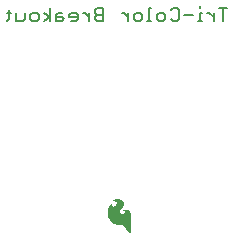
<source format=gbo>
G75*
G70*
%OFA0B0*%
%FSLAX24Y24*%
%IPPOS*%
%LPD*%
%AMOC8*
5,1,8,0,0,1.08239X$1,22.5*
%
%ADD10C,0.0080*%
%ADD11C,0.0010*%
D10*
X017140Y020040D02*
X017210Y020110D01*
X017210Y020390D01*
X017140Y020320D02*
X017281Y020320D01*
X017461Y020320D02*
X017461Y020040D01*
X017671Y020040D01*
X017741Y020110D01*
X017741Y020320D01*
X017921Y020250D02*
X017991Y020320D01*
X018131Y020320D01*
X018201Y020250D01*
X018201Y020110D01*
X018131Y020040D01*
X017991Y020040D01*
X017921Y020110D01*
X017921Y020250D01*
X018375Y020320D02*
X018585Y020180D01*
X018375Y020040D01*
X018585Y020040D02*
X018585Y020460D01*
X018765Y020250D02*
X018765Y020040D01*
X018975Y020040D01*
X019045Y020110D01*
X018975Y020180D01*
X018765Y020180D01*
X018765Y020250D02*
X018835Y020320D01*
X018975Y020320D01*
X019226Y020250D02*
X019226Y020180D01*
X019506Y020180D01*
X019506Y020110D02*
X019506Y020250D01*
X019436Y020320D01*
X019296Y020320D01*
X019226Y020250D01*
X019296Y020040D02*
X019436Y020040D01*
X019506Y020110D01*
X019679Y020320D02*
X019749Y020320D01*
X019889Y020180D01*
X019889Y020040D02*
X019889Y020320D01*
X020070Y020320D02*
X020140Y020250D01*
X020350Y020250D01*
X020350Y020040D02*
X020140Y020040D01*
X020070Y020110D01*
X020070Y020180D01*
X020140Y020250D01*
X020070Y020320D02*
X020070Y020390D01*
X020140Y020460D01*
X020350Y020460D01*
X020350Y020040D01*
X020984Y020320D02*
X021054Y020320D01*
X021194Y020180D01*
X021194Y020040D02*
X021194Y020320D01*
X021374Y020250D02*
X021444Y020320D01*
X021584Y020320D01*
X021654Y020250D01*
X021654Y020110D01*
X021584Y020040D01*
X021444Y020040D01*
X021374Y020110D01*
X021374Y020250D01*
X021821Y020040D02*
X021961Y020040D01*
X021891Y020040D02*
X021891Y020460D01*
X021961Y020460D01*
X022141Y020250D02*
X022211Y020320D01*
X022352Y020320D01*
X022422Y020250D01*
X022422Y020110D01*
X022352Y020040D01*
X022211Y020040D01*
X022141Y020110D01*
X022141Y020250D01*
X022602Y020110D02*
X022672Y020040D01*
X022812Y020040D01*
X022882Y020110D01*
X022882Y020390D01*
X022812Y020460D01*
X022672Y020460D01*
X022602Y020390D01*
X023062Y020250D02*
X023342Y020250D01*
X023579Y020320D02*
X023579Y020040D01*
X023649Y020040D02*
X023509Y020040D01*
X023579Y020320D02*
X023649Y020320D01*
X023579Y020460D02*
X023579Y020530D01*
X023823Y020320D02*
X023893Y020320D01*
X024033Y020180D01*
X024033Y020040D02*
X024033Y020320D01*
X024213Y020460D02*
X024493Y020460D01*
X024353Y020460D02*
X024353Y020040D01*
D11*
X021041Y013217D02*
X021233Y013001D01*
X021233Y013598D01*
X021231Y013631D01*
X021221Y013662D01*
X021205Y013691D01*
X021187Y013713D01*
X021164Y013730D01*
X021139Y013743D01*
X021111Y013750D01*
X021074Y013753D01*
X021037Y013750D01*
X021018Y013747D01*
X021025Y013748D01*
X021032Y013746D01*
X021038Y013743D01*
X021071Y013719D01*
X021077Y013714D01*
X021080Y013707D01*
X021084Y013689D01*
X021084Y013672D01*
X021080Y013654D01*
X021072Y013637D01*
X021058Y013623D01*
X021033Y013608D01*
X021005Y013599D01*
X020976Y013598D01*
X020951Y013602D01*
X020506Y013602D01*
X020505Y013611D02*
X020927Y013611D01*
X020928Y013610D02*
X020951Y013602D01*
X020928Y013610D02*
X020905Y013622D01*
X020888Y013637D01*
X020875Y013656D01*
X020867Y013678D01*
X020865Y013701D01*
X020869Y013724D01*
X020879Y013745D01*
X020894Y013763D01*
X020952Y013824D01*
X020998Y013893D01*
X021009Y013920D01*
X021013Y013949D01*
X021010Y013978D01*
X020999Y014005D01*
X020982Y014029D01*
X020955Y014055D01*
X020924Y014077D01*
X020894Y014092D01*
X020861Y014101D01*
X020826Y014104D01*
X020791Y014101D01*
X020756Y014092D01*
X020747Y014088D01*
X020733Y014082D01*
X020713Y014073D01*
X020696Y014060D01*
X020695Y014059D01*
X020695Y014059D01*
X020719Y014059D01*
X020740Y014057D01*
X020760Y014051D01*
X020780Y014040D01*
X020797Y014025D01*
X020809Y014006D01*
X020815Y013984D01*
X020816Y013971D01*
X020813Y013958D01*
X020805Y013938D01*
X020793Y013919D01*
X020779Y013902D01*
X020762Y013888D01*
X020726Y013862D01*
X020706Y013852D01*
X020684Y013848D01*
X020661Y013850D01*
X020653Y013853D01*
X020638Y013864D01*
X020626Y013878D01*
X020624Y013883D01*
X020623Y013889D01*
X020623Y013924D01*
X020579Y013888D01*
X020543Y013843D01*
X020524Y013806D01*
X020509Y013767D01*
X020501Y013726D01*
X020499Y013650D01*
X020510Y013575D01*
X020535Y013503D01*
X020572Y013437D01*
X020607Y013393D01*
X020648Y013355D01*
X020693Y013323D01*
X020742Y013299D01*
X020794Y013285D01*
X020847Y013280D01*
X020937Y013280D01*
X020953Y013277D01*
X020967Y013272D01*
X021007Y013248D01*
X021041Y013217D01*
X021039Y013219D02*
X021233Y013219D01*
X021233Y013211D02*
X021047Y013211D01*
X021054Y013202D02*
X021233Y013202D01*
X021233Y013194D02*
X021062Y013194D01*
X021069Y013185D02*
X021233Y013185D01*
X021233Y013177D02*
X021077Y013177D01*
X021084Y013168D02*
X021233Y013168D01*
X021233Y013160D02*
X021092Y013160D01*
X021100Y013151D02*
X021233Y013151D01*
X021233Y013143D02*
X021107Y013143D01*
X021115Y013134D02*
X021233Y013134D01*
X021233Y013126D02*
X021122Y013126D01*
X021130Y013117D02*
X021233Y013117D01*
X021233Y013109D02*
X021137Y013109D01*
X021145Y013100D02*
X021233Y013100D01*
X021233Y013092D02*
X021152Y013092D01*
X021160Y013083D02*
X021233Y013083D01*
X021233Y013075D02*
X021168Y013075D01*
X021175Y013066D02*
X021233Y013066D01*
X021233Y013058D02*
X021183Y013058D01*
X021190Y013049D02*
X021233Y013049D01*
X021233Y013041D02*
X021198Y013041D01*
X021205Y013032D02*
X021233Y013032D01*
X021233Y013024D02*
X021213Y013024D01*
X021220Y013015D02*
X021233Y013015D01*
X021233Y013007D02*
X021228Y013007D01*
X021233Y013228D02*
X021029Y013228D01*
X021020Y013236D02*
X021233Y013236D01*
X021233Y013245D02*
X021011Y013245D01*
X020998Y013253D02*
X021233Y013253D01*
X021233Y013262D02*
X020984Y013262D01*
X020970Y013270D02*
X021233Y013270D01*
X021233Y013279D02*
X020943Y013279D01*
X020784Y013287D02*
X021233Y013287D01*
X021233Y013296D02*
X020754Y013296D01*
X020731Y013304D02*
X021233Y013304D01*
X021233Y013313D02*
X020714Y013313D01*
X020696Y013321D02*
X021233Y013321D01*
X021233Y013330D02*
X020683Y013330D01*
X020671Y013338D02*
X021233Y013338D01*
X021233Y013347D02*
X020659Y013347D01*
X020647Y013355D02*
X021233Y013355D01*
X021233Y013364D02*
X020638Y013364D01*
X020629Y013372D02*
X021233Y013372D01*
X021233Y013381D02*
X020620Y013381D01*
X020611Y013389D02*
X021233Y013389D01*
X021233Y013398D02*
X020603Y013398D01*
X020597Y013406D02*
X021233Y013406D01*
X021233Y013415D02*
X020590Y013415D01*
X020583Y013423D02*
X021233Y013423D01*
X021233Y013432D02*
X020576Y013432D01*
X020570Y013440D02*
X021233Y013440D01*
X021233Y013449D02*
X020566Y013449D01*
X020561Y013457D02*
X021233Y013457D01*
X021233Y013466D02*
X020556Y013466D01*
X020551Y013474D02*
X021233Y013474D01*
X021233Y013483D02*
X020546Y013483D01*
X020542Y013491D02*
X021233Y013491D01*
X021233Y013500D02*
X020537Y013500D01*
X020533Y013509D02*
X021233Y013509D01*
X021233Y013517D02*
X020530Y013517D01*
X020527Y013526D02*
X021233Y013526D01*
X021233Y013534D02*
X020524Y013534D01*
X020521Y013543D02*
X021233Y013543D01*
X021233Y013551D02*
X020519Y013551D01*
X020516Y013560D02*
X021233Y013560D01*
X021233Y013568D02*
X020513Y013568D01*
X020510Y013577D02*
X021233Y013577D01*
X021233Y013585D02*
X020509Y013585D01*
X020508Y013594D02*
X021233Y013594D01*
X021233Y013602D02*
X021014Y013602D01*
X021038Y013611D02*
X021232Y013611D01*
X021232Y013619D02*
X021052Y013619D01*
X021063Y013628D02*
X021231Y013628D01*
X021229Y013636D02*
X021071Y013636D01*
X021075Y013645D02*
X021226Y013645D01*
X021224Y013653D02*
X021080Y013653D01*
X021082Y013662D02*
X021221Y013662D01*
X021217Y013670D02*
X021084Y013670D01*
X021084Y013679D02*
X021212Y013679D01*
X021207Y013687D02*
X021084Y013687D01*
X021083Y013696D02*
X021201Y013696D01*
X021194Y013704D02*
X021081Y013704D01*
X021077Y013713D02*
X021187Y013713D01*
X021176Y013721D02*
X021069Y013721D01*
X021057Y013730D02*
X021165Y013730D01*
X021148Y013738D02*
X021045Y013738D01*
X021031Y013747D02*
X021125Y013747D01*
X020968Y013849D02*
X020689Y013849D01*
X020675Y013849D02*
X020548Y013849D01*
X020554Y013857D02*
X020647Y013857D01*
X020636Y013866D02*
X020561Y013866D01*
X020568Y013874D02*
X020630Y013874D01*
X020624Y013883D02*
X020575Y013883D01*
X020583Y013891D02*
X020623Y013891D01*
X020623Y013900D02*
X020593Y013900D01*
X020604Y013908D02*
X020623Y013908D01*
X020623Y013917D02*
X020614Y013917D01*
X020542Y013840D02*
X020963Y013840D01*
X020957Y013832D02*
X020537Y013832D01*
X020533Y013823D02*
X020951Y013823D01*
X020943Y013815D02*
X020528Y013815D01*
X020523Y013806D02*
X020935Y013806D01*
X020927Y013798D02*
X020520Y013798D01*
X020517Y013789D02*
X020919Y013789D01*
X020911Y013781D02*
X020514Y013781D01*
X020511Y013772D02*
X020903Y013772D01*
X020895Y013764D02*
X020509Y013764D01*
X020507Y013755D02*
X020888Y013755D01*
X020880Y013747D02*
X020505Y013747D01*
X020504Y013738D02*
X020876Y013738D01*
X020872Y013730D02*
X020502Y013730D01*
X020501Y013721D02*
X020869Y013721D01*
X020867Y013713D02*
X020501Y013713D01*
X020501Y013704D02*
X020865Y013704D01*
X020865Y013696D02*
X020500Y013696D01*
X020500Y013687D02*
X020866Y013687D01*
X020867Y013679D02*
X020500Y013679D01*
X020500Y013670D02*
X020870Y013670D01*
X020873Y013662D02*
X020499Y013662D01*
X020499Y013653D02*
X020877Y013653D01*
X020883Y013645D02*
X020500Y013645D01*
X020501Y013636D02*
X020889Y013636D01*
X020899Y013628D02*
X020502Y013628D01*
X020504Y013619D02*
X020911Y013619D01*
X020974Y013857D02*
X020717Y013857D01*
X020731Y013866D02*
X020980Y013866D01*
X020985Y013874D02*
X020743Y013874D01*
X020755Y013883D02*
X020991Y013883D01*
X020997Y013891D02*
X020766Y013891D01*
X020776Y013900D02*
X021001Y013900D01*
X021004Y013908D02*
X020784Y013908D01*
X020791Y013917D02*
X021008Y013917D01*
X021010Y013925D02*
X020797Y013925D01*
X020802Y013934D02*
X021011Y013934D01*
X021012Y013942D02*
X020807Y013942D01*
X020810Y013951D02*
X021013Y013951D01*
X021012Y013959D02*
X020813Y013959D01*
X020815Y013968D02*
X021011Y013968D01*
X021010Y013976D02*
X020816Y013976D01*
X020815Y013985D02*
X021007Y013985D01*
X021004Y013993D02*
X020813Y013993D01*
X020810Y014002D02*
X021001Y014002D01*
X020996Y014010D02*
X020806Y014010D01*
X020801Y014019D02*
X020990Y014019D01*
X020984Y014027D02*
X020795Y014027D01*
X020785Y014036D02*
X020975Y014036D01*
X020966Y014044D02*
X020773Y014044D01*
X020755Y014053D02*
X020957Y014053D01*
X020946Y014061D02*
X020698Y014061D01*
X020709Y014070D02*
X020935Y014070D01*
X020922Y014078D02*
X020724Y014078D01*
X020744Y014087D02*
X020905Y014087D01*
X020884Y014095D02*
X020768Y014095D01*
X020821Y014104D02*
X020833Y014104D01*
M02*

</source>
